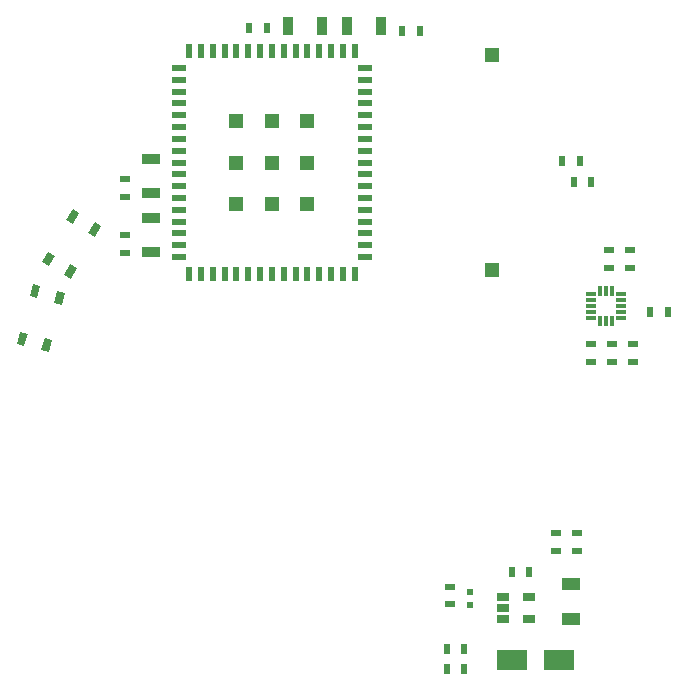
<source format=gbr>
G04 #@! TF.FileFunction,Paste,Top*
%FSLAX46Y46*%
G04 Gerber Fmt 4.6, Leading zero omitted, Abs format (unit mm)*
G04 Created by KiCad (PCBNEW 4.0.7) date Tuesday, April 03, 2018 'AMt' 10:26:05 AM*
%MOMM*%
%LPD*%
G01*
G04 APERTURE LIST*
%ADD10C,0.100000*%
%ADD11R,0.813000X0.305000*%
%ADD12R,0.305000X0.813000*%
%ADD13R,0.599440X0.899160*%
%ADD14R,0.899160X0.599440*%
%ADD15R,0.899160X1.597660*%
%ADD16R,1.597660X0.899160*%
%ADD17R,2.499360X1.699260*%
%ADD18R,1.600000X1.000000*%
%ADD19R,0.599440X0.497840*%
%ADD20R,1.060000X0.650000*%
%ADD21R,0.599440X1.198880*%
%ADD22R,1.198880X0.599440*%
%ADD23R,1.198880X1.198880*%
G04 APERTURE END LIST*
D10*
D11*
X120475000Y-91250000D03*
X123025000Y-91250000D03*
X120475000Y-91750000D03*
X120475000Y-92250000D03*
X120475000Y-90750000D03*
X120475000Y-90250000D03*
X123025000Y-90250000D03*
X123025000Y-90750000D03*
X123025000Y-91750000D03*
X123025000Y-92250000D03*
D12*
X121750000Y-92525000D03*
X121250000Y-92525000D03*
X122250000Y-92525000D03*
X122250000Y-89975000D03*
X121750000Y-89975000D03*
X121250000Y-89975000D03*
D13*
X108250700Y-122000000D03*
X109749300Y-122000000D03*
X108250700Y-120250000D03*
X109749300Y-120250000D03*
D14*
X119250000Y-111999300D03*
X119250000Y-110500700D03*
X117500000Y-111999300D03*
X117500000Y-110500700D03*
D15*
X97697800Y-67500000D03*
X94802200Y-67500000D03*
D16*
X83250000Y-81697800D03*
X83250000Y-78802200D03*
D13*
X92999300Y-67750000D03*
X91500700Y-67750000D03*
D14*
X81000000Y-81999300D03*
X81000000Y-80500700D03*
D15*
X99802200Y-67500000D03*
X102697800Y-67500000D03*
D16*
X83250000Y-86697800D03*
X83250000Y-83802200D03*
D13*
X104500700Y-68000000D03*
X105999300Y-68000000D03*
D14*
X81000000Y-86749300D03*
X81000000Y-85250700D03*
X124000000Y-94500700D03*
X124000000Y-95999300D03*
X122250000Y-94500700D03*
X122250000Y-95999300D03*
D13*
X125500000Y-91750000D03*
X126998600Y-91750000D03*
D17*
X113743989Y-121205756D03*
X117741949Y-121205756D03*
D18*
X118750000Y-117750000D03*
X118750000Y-114750000D03*
D13*
X113750700Y-113750000D03*
X115249300Y-113750000D03*
D19*
X110250000Y-115451360D03*
X110250000Y-116548640D03*
D14*
X108500000Y-116499300D03*
X108500000Y-115000700D03*
D13*
X119499300Y-79000000D03*
X118000700Y-79000000D03*
X120499300Y-80750000D03*
X119000700Y-80750000D03*
D14*
X123750000Y-86500700D03*
X123750000Y-87999300D03*
X122000000Y-86500700D03*
X122000000Y-87999300D03*
X120500000Y-94500700D03*
X120500000Y-95999300D03*
D10*
G36*
X77914078Y-85044565D02*
X78438588Y-84136087D01*
X78999512Y-84459937D01*
X78475002Y-85368415D01*
X77914078Y-85044565D01*
X77914078Y-85044565D01*
G37*
G36*
X75841438Y-88634483D02*
X76365948Y-87726005D01*
X76926872Y-88049855D01*
X76402362Y-88958333D01*
X75841438Y-88634483D01*
X75841438Y-88634483D01*
G37*
G36*
X76053128Y-83970145D02*
X76577638Y-83061667D01*
X77138562Y-83385517D01*
X76614052Y-84293995D01*
X76053128Y-83970145D01*
X76053128Y-83970145D01*
G37*
G36*
X73980488Y-87560063D02*
X74504998Y-86651585D01*
X75065922Y-86975435D01*
X74541412Y-87883913D01*
X73980488Y-87560063D01*
X73980488Y-87560063D01*
G37*
G36*
X75015681Y-90978883D02*
X75287187Y-89965608D01*
X75912817Y-90133245D01*
X75641311Y-91146520D01*
X75015681Y-90978883D01*
X75015681Y-90978883D01*
G37*
G36*
X73942803Y-94982916D02*
X74214309Y-93969641D01*
X74839939Y-94137278D01*
X74568433Y-95150553D01*
X73942803Y-94982916D01*
X73942803Y-94982916D01*
G37*
G36*
X72940061Y-90422722D02*
X73211567Y-89409447D01*
X73837197Y-89577084D01*
X73565691Y-90590359D01*
X72940061Y-90422722D01*
X72940061Y-90422722D01*
G37*
G36*
X71867183Y-94426755D02*
X72138689Y-93413480D01*
X72764319Y-93581117D01*
X72492813Y-94594392D01*
X71867183Y-94426755D01*
X71867183Y-94426755D01*
G37*
D20*
X113050000Y-115850000D03*
X113050000Y-116800000D03*
X113050000Y-117750000D03*
X115250000Y-117750000D03*
X115250000Y-115850000D03*
D21*
X100448280Y-69699440D03*
X99447520Y-69699440D03*
X98449300Y-69699440D03*
X97448540Y-69699440D03*
X96447780Y-69699440D03*
X95449560Y-69699440D03*
X94448800Y-69699440D03*
X93448040Y-69699440D03*
X92449820Y-69699440D03*
X91449060Y-69699440D03*
X90448300Y-69699440D03*
X89447540Y-69699440D03*
X88449320Y-69699440D03*
X87448560Y-69699440D03*
X86447800Y-69699440D03*
D22*
X85599440Y-71098980D03*
X85599440Y-72099740D03*
X85599440Y-73097960D03*
X85599440Y-74098720D03*
X85599440Y-75099480D03*
X85599440Y-76097700D03*
X85599440Y-77098460D03*
X85599440Y-78099220D03*
X85599440Y-79099980D03*
X85599440Y-80098200D03*
X85599440Y-81098960D03*
X85599440Y-82099720D03*
X85599440Y-83097940D03*
X85599440Y-84098700D03*
X85599440Y-85099460D03*
X85599440Y-86097680D03*
X85599440Y-87098440D03*
D21*
X86447800Y-88497980D03*
X87448560Y-88497980D03*
X88449320Y-88497980D03*
X89447540Y-88497980D03*
X90448300Y-88497980D03*
X91449060Y-88497980D03*
X92449820Y-88497980D03*
X93448040Y-88497980D03*
X94448800Y-88497980D03*
X95449560Y-88497980D03*
X96447780Y-88497980D03*
X97448540Y-88497980D03*
X98449300Y-88497980D03*
X99447520Y-88497980D03*
X100448280Y-88497980D03*
D22*
X101299180Y-87098440D03*
X101299180Y-86097680D03*
X101299180Y-85099460D03*
X101299180Y-84098700D03*
X101299180Y-83097940D03*
X101299180Y-82099720D03*
X101299180Y-81098960D03*
X101299180Y-80098200D03*
X101299180Y-79099980D03*
X101299180Y-78099220D03*
X101299180Y-77098460D03*
X101299180Y-76097700D03*
X101299180Y-75099480D03*
X101299180Y-74098720D03*
X101299180Y-73097960D03*
X101299180Y-72099740D03*
X101299180Y-71098980D03*
D23*
X96447780Y-75599860D03*
X93448040Y-75599860D03*
X90448300Y-75599860D03*
X96447780Y-79099980D03*
X93448040Y-79099980D03*
X90448300Y-79099980D03*
X96447780Y-82597560D03*
X93448040Y-82597560D03*
X90448300Y-82597560D03*
X112068780Y-88218580D03*
X112068780Y-69978840D03*
M02*

</source>
